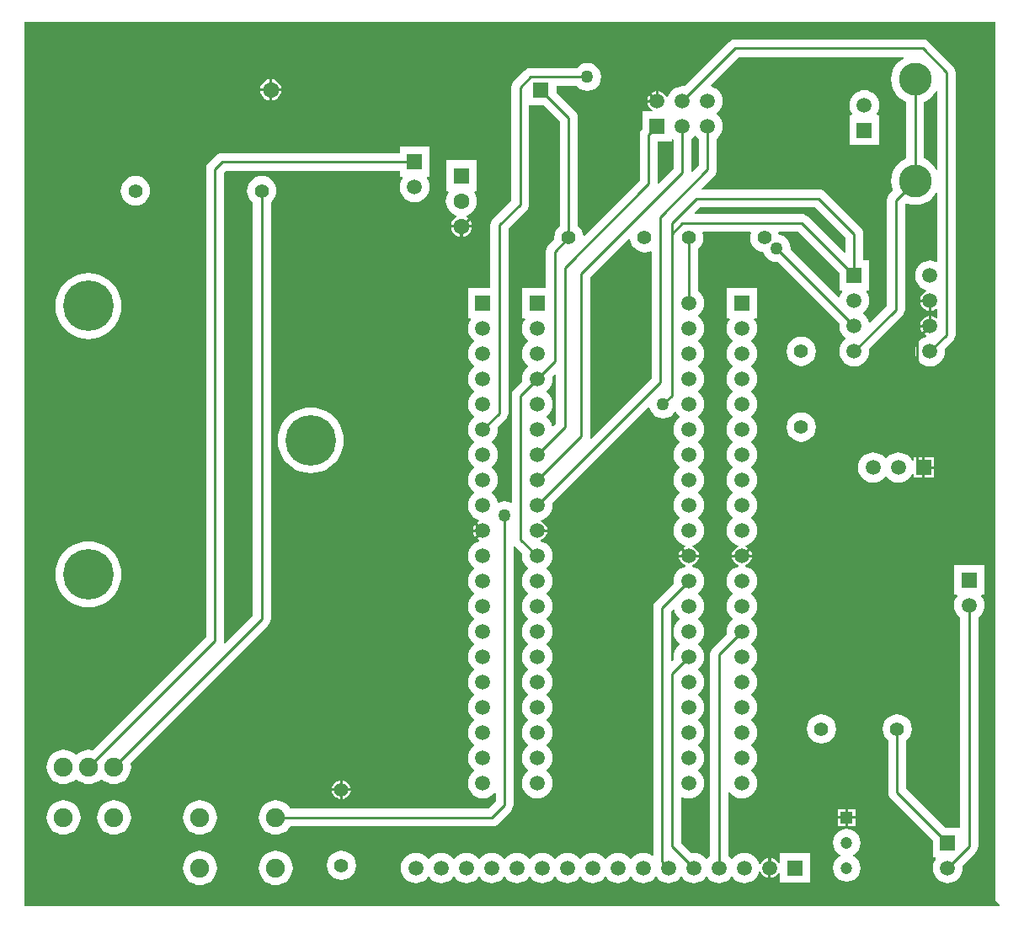
<source format=gtl>
%FSLAX25Y25*%
%MOIN*%
G70*
G01*
G75*
G04 Layer_Physical_Order=1*
G04 Layer_Color=255*
%ADD10C,0.01000*%
%ADD11R,0.05906X0.05906*%
%ADD12C,0.05906*%
%ADD13C,0.07500*%
%ADD14C,0.12992*%
%ADD15C,0.04724*%
%ADD16R,0.04724X0.04724*%
%ADD17C,0.05512*%
%ADD18R,0.05906X0.05906*%
%ADD19C,0.20000*%
%ADD20C,0.05600*%
%ADD21C,0.06299*%
%ADD22R,0.06299X0.06299*%
%ADD23C,0.06299*%
%ADD24R,0.06299X0.06299*%
%ADD25C,0.05000*%
G36*
X484000Y102000D02*
X485538Y100462D01*
X485347Y100000D01*
X100000D01*
X99962Y99962D01*
X99500Y100153D01*
Y450000D01*
X484000D01*
Y102000D01*
D02*
G37*
%LPC*%
G36*
X387421Y238000D02*
X379579D01*
X379649Y237468D01*
X380047Y236507D01*
X380681Y235681D01*
X381507Y235047D01*
X382119Y234794D01*
X382094Y234294D01*
X381211Y234026D01*
X380177Y233473D01*
X379270Y232730D01*
X378526Y231823D01*
X377974Y230789D01*
X377633Y229667D01*
X377518Y228500D01*
X377633Y227333D01*
X377974Y226211D01*
X378526Y225177D01*
X379270Y224270D01*
X379905Y223750D01*
Y223250D01*
X379270Y222730D01*
X378526Y221823D01*
X377974Y220789D01*
X377633Y219667D01*
X377518Y218500D01*
X377633Y217333D01*
X377974Y216211D01*
X378526Y215177D01*
X379270Y214270D01*
X379905Y213750D01*
Y213250D01*
X379270Y212730D01*
X378526Y211823D01*
X377974Y210789D01*
X377633Y209667D01*
X377518Y208500D01*
X377607Y207600D01*
X372004Y201996D01*
X371443Y201265D01*
X371090Y200414D01*
X370970Y199500D01*
Y119804D01*
X370270Y119230D01*
X369750Y118596D01*
X369250D01*
X368730Y119230D01*
X367823Y119974D01*
X366789Y120526D01*
X365667Y120867D01*
X364500Y120982D01*
X363600Y120893D01*
X359530Y124962D01*
Y142851D01*
X359959Y143108D01*
X360211Y142974D01*
X361333Y142633D01*
X362500Y142518D01*
X363667Y142633D01*
X364789Y142974D01*
X365823Y143526D01*
X366730Y144270D01*
X367474Y145177D01*
X368026Y146211D01*
X368367Y147333D01*
X368482Y148500D01*
X368367Y149667D01*
X368026Y150789D01*
X367474Y151823D01*
X366730Y152730D01*
X366095Y153250D01*
Y153750D01*
X366730Y154270D01*
X367474Y155177D01*
X368026Y156211D01*
X368367Y157333D01*
X368482Y158500D01*
X368367Y159667D01*
X368026Y160789D01*
X367474Y161823D01*
X366730Y162730D01*
X366095Y163250D01*
Y163750D01*
X366730Y164270D01*
X367474Y165177D01*
X368026Y166211D01*
X368367Y167333D01*
X368482Y168500D01*
X368367Y169667D01*
X368026Y170789D01*
X367474Y171823D01*
X366730Y172730D01*
X366095Y173250D01*
Y173750D01*
X366730Y174270D01*
X367474Y175177D01*
X368026Y176211D01*
X368367Y177333D01*
X368482Y178500D01*
X368367Y179667D01*
X368026Y180789D01*
X367474Y181823D01*
X366730Y182730D01*
X366095Y183250D01*
Y183750D01*
X366730Y184270D01*
X367474Y185177D01*
X368026Y186211D01*
X368367Y187333D01*
X368482Y188500D01*
X368367Y189667D01*
X368026Y190789D01*
X367474Y191823D01*
X366730Y192730D01*
X366095Y193250D01*
Y193750D01*
X366730Y194270D01*
X367474Y195177D01*
X368026Y196211D01*
X368367Y197333D01*
X368482Y198500D01*
X368367Y199667D01*
X368026Y200789D01*
X367474Y201823D01*
X366730Y202730D01*
X366095Y203250D01*
Y203750D01*
X366730Y204270D01*
X367474Y205177D01*
X368026Y206211D01*
X368367Y207333D01*
X368482Y208500D01*
X368367Y209667D01*
X368026Y210789D01*
X367474Y211823D01*
X366730Y212730D01*
X366095Y213250D01*
Y213750D01*
X366730Y214270D01*
X367474Y215177D01*
X368026Y216211D01*
X368367Y217333D01*
X368482Y218500D01*
X368367Y219667D01*
X368026Y220789D01*
X367474Y221823D01*
X366730Y222730D01*
X366095Y223250D01*
Y223750D01*
X366730Y224270D01*
X367474Y225177D01*
X368026Y226211D01*
X368367Y227333D01*
X368482Y228500D01*
X368367Y229667D01*
X368026Y230789D01*
X367474Y231823D01*
X366730Y232730D01*
X365823Y233473D01*
X364789Y234026D01*
X363906Y234294D01*
X363881Y234794D01*
X364493Y235047D01*
X365319Y235681D01*
X365953Y236507D01*
X366351Y237468D01*
X366421Y238000D01*
X358579D01*
X358649Y237468D01*
X359047Y236507D01*
X359681Y235681D01*
X360507Y235047D01*
X361119Y234794D01*
X361094Y234294D01*
X360211Y234026D01*
X359177Y233473D01*
X358270Y232730D01*
X357526Y231823D01*
X356974Y230789D01*
X356633Y229667D01*
X356518Y228500D01*
X356607Y227600D01*
X349504Y220496D01*
X348943Y219765D01*
X348590Y218914D01*
X348470Y218000D01*
Y120027D01*
X348018Y119814D01*
X347823Y119974D01*
X346789Y120526D01*
X345667Y120867D01*
X344500Y120982D01*
X343333Y120867D01*
X342211Y120526D01*
X341177Y119974D01*
X340270Y119230D01*
X339750Y118596D01*
X339250D01*
X338730Y119230D01*
X337823Y119974D01*
X336789Y120526D01*
X335667Y120867D01*
X334500Y120982D01*
X333333Y120867D01*
X332211Y120526D01*
X331177Y119974D01*
X330270Y119230D01*
X329750Y118596D01*
X329250D01*
X328730Y119230D01*
X327823Y119974D01*
X326789Y120526D01*
X325667Y120867D01*
X324500Y120982D01*
X323333Y120867D01*
X322211Y120526D01*
X321177Y119974D01*
X320270Y119230D01*
X319750Y118596D01*
X319250D01*
X318730Y119230D01*
X317823Y119974D01*
X316789Y120526D01*
X315667Y120867D01*
X314500Y120982D01*
X313333Y120867D01*
X312211Y120526D01*
X311177Y119974D01*
X310270Y119230D01*
X309750Y118596D01*
X309250D01*
X308730Y119230D01*
X307823Y119974D01*
X306789Y120526D01*
X305667Y120867D01*
X304500Y120982D01*
X303333Y120867D01*
X302211Y120526D01*
X301177Y119974D01*
X300270Y119230D01*
X299750Y118596D01*
X299250D01*
X298730Y119230D01*
X297823Y119974D01*
X296789Y120526D01*
X295667Y120867D01*
X294500Y120982D01*
X293333Y120867D01*
X292211Y120526D01*
X291177Y119974D01*
X290270Y119230D01*
X289750Y118596D01*
X289250D01*
X288730Y119230D01*
X287823Y119974D01*
X286789Y120526D01*
X285667Y120867D01*
X284500Y120982D01*
X283333Y120867D01*
X282211Y120526D01*
X281177Y119974D01*
X280270Y119230D01*
X279750Y118596D01*
X279250D01*
X278730Y119230D01*
X277823Y119974D01*
X276789Y120526D01*
X275667Y120867D01*
X274500Y120982D01*
X273333Y120867D01*
X272211Y120526D01*
X271177Y119974D01*
X270270Y119230D01*
X269750Y118596D01*
X269250D01*
X268730Y119230D01*
X267823Y119974D01*
X266789Y120526D01*
X265667Y120867D01*
X264500Y120982D01*
X263333Y120867D01*
X262211Y120526D01*
X261177Y119974D01*
X260270Y119230D01*
X259750Y118596D01*
X259250D01*
X258730Y119230D01*
X257823Y119974D01*
X256789Y120526D01*
X255667Y120867D01*
X254500Y120982D01*
X253333Y120867D01*
X252211Y120526D01*
X251177Y119974D01*
X250270Y119230D01*
X249527Y118323D01*
X248974Y117289D01*
X248633Y116167D01*
X248518Y115000D01*
X248633Y113833D01*
X248974Y112711D01*
X249527Y111677D01*
X250270Y110770D01*
X251177Y110027D01*
X252211Y109474D01*
X253333Y109133D01*
X254500Y109019D01*
X255667Y109133D01*
X256789Y109474D01*
X257823Y110027D01*
X258730Y110770D01*
X259250Y111405D01*
X259750D01*
X260270Y110770D01*
X261177Y110027D01*
X262211Y109474D01*
X263333Y109133D01*
X264500Y109019D01*
X265667Y109133D01*
X266789Y109474D01*
X267823Y110027D01*
X268730Y110770D01*
X269250Y111405D01*
X269750D01*
X270270Y110770D01*
X271177Y110027D01*
X272211Y109474D01*
X273333Y109133D01*
X274500Y109019D01*
X275667Y109133D01*
X276789Y109474D01*
X277823Y110027D01*
X278730Y110770D01*
X279250Y111405D01*
X279750D01*
X280270Y110770D01*
X281177Y110027D01*
X282211Y109474D01*
X283333Y109133D01*
X284500Y109019D01*
X285667Y109133D01*
X286789Y109474D01*
X287823Y110027D01*
X288730Y110770D01*
X289250Y111405D01*
X289750D01*
X290270Y110770D01*
X291177Y110027D01*
X292211Y109474D01*
X293333Y109133D01*
X294500Y109019D01*
X295667Y109133D01*
X296789Y109474D01*
X297823Y110027D01*
X298730Y110770D01*
X299250Y111405D01*
X299750D01*
X300270Y110770D01*
X301177Y110027D01*
X302211Y109474D01*
X303333Y109133D01*
X304500Y109019D01*
X305667Y109133D01*
X306789Y109474D01*
X307823Y110027D01*
X308730Y110770D01*
X309250Y111405D01*
X309750D01*
X310270Y110770D01*
X311177Y110027D01*
X312211Y109474D01*
X313333Y109133D01*
X314500Y109019D01*
X315667Y109133D01*
X316789Y109474D01*
X317823Y110027D01*
X318730Y110770D01*
X319250Y111405D01*
X319750D01*
X320270Y110770D01*
X321177Y110027D01*
X322211Y109474D01*
X323333Y109133D01*
X324500Y109019D01*
X325667Y109133D01*
X326789Y109474D01*
X327823Y110027D01*
X328730Y110770D01*
X329250Y111405D01*
X329750D01*
X330270Y110770D01*
X331177Y110027D01*
X332211Y109474D01*
X333333Y109133D01*
X334500Y109019D01*
X335667Y109133D01*
X336789Y109474D01*
X337823Y110027D01*
X338730Y110770D01*
X339250Y111405D01*
X339750D01*
X340270Y110770D01*
X341177Y110027D01*
X342211Y109474D01*
X343333Y109133D01*
X344500Y109019D01*
X345667Y109133D01*
X346789Y109474D01*
X347823Y110027D01*
X348730Y110770D01*
X349250Y111405D01*
X349750D01*
X350270Y110770D01*
X351177Y110027D01*
X352211Y109474D01*
X353333Y109133D01*
X354500Y109019D01*
X355667Y109133D01*
X356789Y109474D01*
X357823Y110027D01*
X358730Y110770D01*
X359250Y111405D01*
X359750D01*
X360270Y110770D01*
X361177Y110027D01*
X362211Y109474D01*
X363333Y109133D01*
X364500Y109019D01*
X365667Y109133D01*
X366789Y109474D01*
X367823Y110027D01*
X368730Y110770D01*
X369250Y111405D01*
X369750D01*
X370270Y110770D01*
X371177Y110027D01*
X372211Y109474D01*
X373333Y109133D01*
X374500Y109019D01*
X375667Y109133D01*
X376789Y109474D01*
X377823Y110027D01*
X378730Y110770D01*
X379250Y111405D01*
X379750D01*
X380270Y110770D01*
X381177Y110027D01*
X382211Y109474D01*
X383333Y109133D01*
X384500Y109019D01*
X385667Y109133D01*
X386789Y109474D01*
X387823Y110027D01*
X388730Y110770D01*
X389474Y111677D01*
X390026Y112711D01*
X390294Y113594D01*
X390794Y113619D01*
X391047Y113007D01*
X391681Y112181D01*
X392507Y111547D01*
X393468Y111149D01*
X394000Y111079D01*
Y115000D01*
Y118921D01*
X393468Y118851D01*
X392507Y118453D01*
X391681Y117819D01*
X391047Y116993D01*
X390794Y116381D01*
X390294Y116406D01*
X390026Y117289D01*
X389474Y118323D01*
X388730Y119230D01*
X387823Y119974D01*
X386789Y120526D01*
X385667Y120867D01*
X384500Y120982D01*
X383333Y120867D01*
X382211Y120526D01*
X381177Y119974D01*
X380270Y119230D01*
X379750Y118596D01*
X379250D01*
X378730Y119230D01*
X378030Y119804D01*
Y145077D01*
X378515Y145198D01*
X378526Y145177D01*
X379270Y144270D01*
X380177Y143526D01*
X381211Y142974D01*
X382333Y142633D01*
X383500Y142518D01*
X384667Y142633D01*
X385789Y142974D01*
X386823Y143526D01*
X387730Y144270D01*
X388474Y145177D01*
X389026Y146211D01*
X389367Y147333D01*
X389482Y148500D01*
X389367Y149667D01*
X389026Y150789D01*
X388474Y151823D01*
X387730Y152730D01*
X387095Y153250D01*
Y153750D01*
X387730Y154270D01*
X388474Y155177D01*
X389026Y156211D01*
X389367Y157333D01*
X389482Y158500D01*
X389367Y159667D01*
X389026Y160789D01*
X388474Y161823D01*
X387730Y162730D01*
X387095Y163250D01*
Y163750D01*
X387730Y164270D01*
X388474Y165177D01*
X389026Y166211D01*
X389367Y167333D01*
X389482Y168500D01*
X389367Y169667D01*
X389026Y170789D01*
X388474Y171823D01*
X387730Y172730D01*
X387095Y173250D01*
Y173750D01*
X387730Y174270D01*
X388474Y175177D01*
X389026Y176211D01*
X389367Y177333D01*
X389482Y178500D01*
X389367Y179667D01*
X389026Y180789D01*
X388474Y181823D01*
X387730Y182730D01*
X387095Y183250D01*
Y183750D01*
X387730Y184270D01*
X388474Y185177D01*
X389026Y186211D01*
X389367Y187333D01*
X389482Y188500D01*
X389367Y189667D01*
X389026Y190789D01*
X388474Y191823D01*
X387730Y192730D01*
X387095Y193250D01*
Y193750D01*
X387730Y194270D01*
X388474Y195177D01*
X389026Y196211D01*
X389367Y197333D01*
X389482Y198500D01*
X389367Y199667D01*
X389026Y200789D01*
X388474Y201823D01*
X387730Y202730D01*
X387095Y203250D01*
Y203750D01*
X387730Y204270D01*
X388474Y205177D01*
X389026Y206211D01*
X389367Y207333D01*
X389482Y208500D01*
X389367Y209667D01*
X389026Y210789D01*
X388474Y211823D01*
X387730Y212730D01*
X387095Y213250D01*
Y213750D01*
X387730Y214270D01*
X388474Y215177D01*
X389026Y216211D01*
X389367Y217333D01*
X389482Y218500D01*
X389367Y219667D01*
X389026Y220789D01*
X388474Y221823D01*
X387730Y222730D01*
X387095Y223250D01*
Y223750D01*
X387730Y224270D01*
X388474Y225177D01*
X389026Y226211D01*
X389367Y227333D01*
X389482Y228500D01*
X389367Y229667D01*
X389026Y230789D01*
X388474Y231823D01*
X387730Y232730D01*
X386823Y233473D01*
X385789Y234026D01*
X384906Y234294D01*
X384881Y234794D01*
X385493Y235047D01*
X386319Y235681D01*
X386953Y236507D01*
X387351Y237468D01*
X387421Y238000D01*
D02*
G37*
G36*
X224500Y149723D02*
X224020Y149659D01*
X223106Y149281D01*
X222321Y148679D01*
X221719Y147894D01*
X221341Y146981D01*
X221277Y146500D01*
X224500D01*
Y149723D01*
D02*
G37*
G36*
X225500D02*
Y146500D01*
X228723D01*
X228659Y146981D01*
X228281Y147894D01*
X227679Y148679D01*
X226894Y149281D01*
X225980Y149659D01*
X225500Y149723D01*
D02*
G37*
G36*
X428362Y138362D02*
X425500D01*
Y135500D01*
X428362D01*
Y138362D01*
D02*
G37*
G36*
X224500Y145500D02*
X221277D01*
X221341Y145019D01*
X221719Y144106D01*
X222321Y143321D01*
X223106Y142719D01*
X224020Y142341D01*
X224500Y142278D01*
Y145500D01*
D02*
G37*
G36*
X228723D02*
X225500D01*
Y142278D01*
X225980Y142341D01*
X226894Y142719D01*
X227679Y143321D01*
X228281Y144106D01*
X228659Y145019D01*
X228723Y145500D01*
D02*
G37*
G36*
X459453Y273000D02*
X456000D01*
Y269547D01*
X459453D01*
Y273000D01*
D02*
G37*
G36*
X212800Y297340D02*
X210760Y297180D01*
X208770Y296702D01*
X206880Y295919D01*
X205135Y294850D01*
X203579Y293521D01*
X202250Y291965D01*
X201181Y290220D01*
X200398Y288330D01*
X199920Y286340D01*
X199760Y284300D01*
X199920Y282260D01*
X200398Y280270D01*
X201181Y278380D01*
X202250Y276635D01*
X203579Y275079D01*
X205135Y273750D01*
X206880Y272681D01*
X208770Y271898D01*
X210760Y271420D01*
X212800Y271260D01*
X214840Y271420D01*
X216830Y271898D01*
X218720Y272681D01*
X220465Y273750D01*
X222021Y275079D01*
X223350Y276635D01*
X224419Y278380D01*
X225202Y280270D01*
X225680Y282260D01*
X225840Y284300D01*
X225680Y286340D01*
X225202Y288330D01*
X224419Y290220D01*
X223350Y291965D01*
X222021Y293521D01*
X220465Y294850D01*
X218720Y295919D01*
X216830Y296702D01*
X214840Y297180D01*
X212800Y297340D01*
D02*
G37*
G36*
X459453Y277453D02*
X456000D01*
Y274000D01*
X459453D01*
Y277453D01*
D02*
G37*
G36*
X415000Y175806D02*
X413497Y175608D01*
X412097Y175028D01*
X410895Y174105D01*
X409972Y172903D01*
X409392Y171503D01*
X409194Y170000D01*
X409392Y168497D01*
X409972Y167097D01*
X410895Y165895D01*
X412097Y164972D01*
X413497Y164392D01*
X415000Y164194D01*
X416503Y164392D01*
X417903Y164972D01*
X419105Y165895D01*
X420028Y167097D01*
X420608Y168497D01*
X420806Y170000D01*
X420608Y171503D01*
X420028Y172903D01*
X419105Y174105D01*
X417903Y175028D01*
X416503Y175608D01*
X415000Y175806D01*
D02*
G37*
G36*
X124800Y244240D02*
X122760Y244080D01*
X120770Y243602D01*
X118880Y242819D01*
X117135Y241750D01*
X115579Y240421D01*
X114250Y238865D01*
X113181Y237120D01*
X112398Y235230D01*
X111920Y233240D01*
X111760Y231200D01*
X111920Y229160D01*
X112398Y227170D01*
X113181Y225280D01*
X114250Y223535D01*
X115579Y221979D01*
X117135Y220650D01*
X118880Y219581D01*
X120770Y218798D01*
X122760Y218320D01*
X124800Y218160D01*
X126840Y218320D01*
X128830Y218798D01*
X130720Y219581D01*
X132465Y220650D01*
X134021Y221979D01*
X135350Y223535D01*
X136419Y225280D01*
X137202Y227170D01*
X137680Y229160D01*
X137840Y231200D01*
X137680Y233240D01*
X137202Y235230D01*
X136419Y237120D01*
X135350Y238865D01*
X134021Y240421D01*
X132465Y241750D01*
X130720Y242819D01*
X128830Y243602D01*
X126840Y244080D01*
X124800Y244240D01*
D02*
G37*
G36*
X389453Y344453D02*
X377547D01*
Y332547D01*
X378536D01*
X378750Y332095D01*
X378526Y331823D01*
X377974Y330789D01*
X377633Y329667D01*
X377518Y328500D01*
X377633Y327333D01*
X377974Y326211D01*
X378526Y325177D01*
X379270Y324270D01*
X379905Y323750D01*
Y323250D01*
X379270Y322730D01*
X378526Y321823D01*
X377974Y320789D01*
X377633Y319667D01*
X377518Y318500D01*
X377633Y317333D01*
X377974Y316211D01*
X378526Y315177D01*
X379270Y314270D01*
X379905Y313750D01*
Y313250D01*
X379270Y312730D01*
X378526Y311823D01*
X377974Y310789D01*
X377633Y309667D01*
X377518Y308500D01*
X377633Y307333D01*
X377974Y306211D01*
X378526Y305177D01*
X379270Y304270D01*
X379905Y303750D01*
Y303250D01*
X379270Y302730D01*
X378526Y301823D01*
X377974Y300789D01*
X377633Y299667D01*
X377518Y298500D01*
X377633Y297333D01*
X377974Y296211D01*
X378526Y295177D01*
X379270Y294270D01*
X379905Y293750D01*
Y293250D01*
X379270Y292730D01*
X378526Y291823D01*
X377974Y290789D01*
X377633Y289667D01*
X377518Y288500D01*
X377633Y287333D01*
X377974Y286211D01*
X378526Y285177D01*
X379270Y284270D01*
X379905Y283750D01*
Y283250D01*
X379270Y282730D01*
X378526Y281823D01*
X377974Y280789D01*
X377633Y279667D01*
X377518Y278500D01*
X377633Y277333D01*
X377974Y276211D01*
X378526Y275177D01*
X379270Y274270D01*
X379905Y273750D01*
Y273250D01*
X379270Y272730D01*
X378526Y271823D01*
X377974Y270789D01*
X377633Y269667D01*
X377518Y268500D01*
X377633Y267333D01*
X377974Y266211D01*
X378526Y265177D01*
X379270Y264270D01*
X379905Y263750D01*
Y263250D01*
X379270Y262730D01*
X378526Y261823D01*
X377974Y260789D01*
X377633Y259667D01*
X377518Y258500D01*
X377633Y257333D01*
X377974Y256211D01*
X378526Y255177D01*
X379270Y254270D01*
X379905Y253750D01*
Y253250D01*
X379270Y252730D01*
X378526Y251823D01*
X377974Y250789D01*
X377633Y249667D01*
X377518Y248500D01*
X377633Y247333D01*
X377974Y246211D01*
X378526Y245177D01*
X379270Y244270D01*
X380177Y243527D01*
X381211Y242974D01*
X382094Y242706D01*
X382119Y242206D01*
X381507Y241953D01*
X380681Y241319D01*
X380047Y240493D01*
X379649Y239532D01*
X379579Y239000D01*
X387421D01*
X387351Y239532D01*
X386953Y240493D01*
X386319Y241319D01*
X385493Y241953D01*
X384881Y242206D01*
X384906Y242706D01*
X385789Y242974D01*
X386823Y243527D01*
X387730Y244270D01*
X388474Y245177D01*
X389026Y246211D01*
X389367Y247333D01*
X389482Y248500D01*
X389367Y249667D01*
X389026Y250789D01*
X388474Y251823D01*
X387730Y252730D01*
X387095Y253250D01*
Y253750D01*
X387730Y254270D01*
X388474Y255177D01*
X389026Y256211D01*
X389367Y257333D01*
X389482Y258500D01*
X389367Y259667D01*
X389026Y260789D01*
X388474Y261823D01*
X387730Y262730D01*
X387095Y263250D01*
Y263750D01*
X387730Y264270D01*
X388474Y265177D01*
X389026Y266211D01*
X389367Y267333D01*
X389482Y268500D01*
X389367Y269667D01*
X389026Y270789D01*
X388474Y271823D01*
X387730Y272730D01*
X387095Y273250D01*
Y273750D01*
X387730Y274270D01*
X388474Y275177D01*
X389026Y276211D01*
X389367Y277333D01*
X389482Y278500D01*
X389367Y279667D01*
X389026Y280789D01*
X388474Y281823D01*
X387730Y282730D01*
X387095Y283250D01*
Y283750D01*
X387730Y284270D01*
X388474Y285177D01*
X389026Y286211D01*
X389367Y287333D01*
X389482Y288500D01*
X389367Y289667D01*
X389026Y290789D01*
X388474Y291823D01*
X387730Y292730D01*
X387095Y293250D01*
Y293750D01*
X387730Y294270D01*
X388474Y295177D01*
X389026Y296211D01*
X389367Y297333D01*
X389482Y298500D01*
X389367Y299667D01*
X389026Y300789D01*
X388474Y301823D01*
X387730Y302730D01*
X387095Y303250D01*
Y303750D01*
X387730Y304270D01*
X388474Y305177D01*
X389026Y306211D01*
X389367Y307333D01*
X389482Y308500D01*
X389367Y309667D01*
X389026Y310789D01*
X388474Y311823D01*
X387730Y312730D01*
X387095Y313250D01*
Y313750D01*
X387730Y314270D01*
X388474Y315177D01*
X389026Y316211D01*
X389367Y317333D01*
X389482Y318500D01*
X389367Y319667D01*
X389026Y320789D01*
X388474Y321823D01*
X387730Y322730D01*
X387095Y323250D01*
Y323750D01*
X387730Y324270D01*
X388474Y325177D01*
X389026Y326211D01*
X389367Y327333D01*
X389482Y328500D01*
X389367Y329667D01*
X389026Y330789D01*
X388474Y331823D01*
X388250Y332095D01*
X388464Y332547D01*
X389453D01*
Y344453D01*
D02*
G37*
G36*
X225000Y121806D02*
X223497Y121608D01*
X222097Y121028D01*
X220895Y120105D01*
X219972Y118903D01*
X219392Y117503D01*
X219194Y116000D01*
X219392Y114497D01*
X219972Y113097D01*
X220895Y111895D01*
X222097Y110972D01*
X223497Y110392D01*
X225000Y110194D01*
X226503Y110392D01*
X227903Y110972D01*
X229105Y111895D01*
X230028Y113097D01*
X230608Y114497D01*
X230806Y116000D01*
X230608Y117503D01*
X230028Y118903D01*
X229105Y120105D01*
X227903Y121028D01*
X226503Y121608D01*
X225000Y121806D01*
D02*
G37*
G36*
X410453Y120953D02*
X398547D01*
Y116840D01*
X398057Y116742D01*
X397953Y116993D01*
X397319Y117819D01*
X396493Y118453D01*
X395532Y118851D01*
X395000Y118921D01*
Y115000D01*
Y111079D01*
X395532Y111149D01*
X396493Y111547D01*
X397319Y112181D01*
X397953Y113007D01*
X398057Y113258D01*
X398547Y113160D01*
Y109047D01*
X410453D01*
Y120953D01*
D02*
G37*
G36*
X115000Y141783D02*
X113677Y141652D01*
X112404Y141266D01*
X111232Y140640D01*
X110204Y139796D01*
X109360Y138768D01*
X108734Y137596D01*
X108348Y136323D01*
X108217Y135000D01*
X108348Y133677D01*
X108734Y132404D01*
X109360Y131232D01*
X110204Y130204D01*
X111232Y129360D01*
X112404Y128734D01*
X113677Y128348D01*
X115000Y128217D01*
X116323Y128348D01*
X117596Y128734D01*
X118768Y129360D01*
X119796Y130204D01*
X120640Y131232D01*
X121266Y132404D01*
X121652Y133677D01*
X121783Y135000D01*
X121652Y136323D01*
X121266Y137596D01*
X120640Y138768D01*
X119796Y139796D01*
X118768Y140640D01*
X117596Y141266D01*
X116323Y141652D01*
X115000Y141783D01*
D02*
G37*
G36*
X169000Y121783D02*
X167677Y121652D01*
X166404Y121266D01*
X165232Y120640D01*
X164204Y119796D01*
X163360Y118768D01*
X162734Y117596D01*
X162348Y116323D01*
X162217Y115000D01*
X162348Y113677D01*
X162734Y112404D01*
X163360Y111232D01*
X164204Y110204D01*
X165232Y109360D01*
X166404Y108734D01*
X167677Y108348D01*
X169000Y108217D01*
X170323Y108348D01*
X171596Y108734D01*
X172768Y109360D01*
X173796Y110204D01*
X174640Y111232D01*
X175266Y112404D01*
X175652Y113677D01*
X175783Y115000D01*
X175652Y116323D01*
X175266Y117596D01*
X174640Y118768D01*
X173796Y119796D01*
X172768Y120640D01*
X171596Y121266D01*
X170323Y121652D01*
X169000Y121783D01*
D02*
G37*
G36*
X199000D02*
X197677Y121652D01*
X196404Y121266D01*
X195232Y120640D01*
X194204Y119796D01*
X193360Y118768D01*
X192734Y117596D01*
X192348Y116323D01*
X192217Y115000D01*
X192348Y113677D01*
X192734Y112404D01*
X193360Y111232D01*
X194204Y110204D01*
X195232Y109360D01*
X196404Y108734D01*
X197677Y108348D01*
X199000Y108217D01*
X200323Y108348D01*
X201596Y108734D01*
X202768Y109360D01*
X203796Y110204D01*
X204640Y111232D01*
X205266Y112404D01*
X205652Y113677D01*
X205783Y115000D01*
X205652Y116323D01*
X205266Y117596D01*
X204640Y118768D01*
X203796Y119796D01*
X202768Y120640D01*
X201596Y121266D01*
X200323Y121652D01*
X199000Y121783D01*
D02*
G37*
G36*
X425000Y130409D02*
X423600Y130224D01*
X422296Y129684D01*
X421176Y128824D01*
X420316Y127704D01*
X419776Y126400D01*
X419592Y125000D01*
X419776Y123600D01*
X420316Y122296D01*
X421176Y121176D01*
X422296Y120316D01*
X422455Y120250D01*
Y119750D01*
X422296Y119684D01*
X421176Y118824D01*
X420316Y117704D01*
X419776Y116400D01*
X419592Y115000D01*
X419776Y113600D01*
X420316Y112296D01*
X421176Y111176D01*
X422296Y110316D01*
X423600Y109776D01*
X425000Y109591D01*
X426400Y109776D01*
X427704Y110316D01*
X428824Y111176D01*
X429684Y112296D01*
X430224Y113600D01*
X430408Y115000D01*
X430224Y116400D01*
X429684Y117704D01*
X428824Y118824D01*
X427704Y119684D01*
X427545Y119750D01*
Y120250D01*
X427704Y120316D01*
X428824Y121176D01*
X429684Y122296D01*
X430224Y123600D01*
X430408Y125000D01*
X430224Y126400D01*
X429684Y127704D01*
X428824Y128824D01*
X427704Y129684D01*
X426400Y130224D01*
X425000Y130409D01*
D02*
G37*
G36*
X424500Y134500D02*
X421638D01*
Y131638D01*
X424500D01*
Y134500D01*
D02*
G37*
G36*
X428362D02*
X425500D01*
Y131638D01*
X428362D01*
Y134500D01*
D02*
G37*
G36*
X424500Y138362D02*
X421638D01*
Y135500D01*
X424500D01*
Y138362D01*
D02*
G37*
G36*
X135000Y141783D02*
X133677Y141652D01*
X132404Y141266D01*
X131232Y140640D01*
X130204Y139796D01*
X129360Y138768D01*
X128734Y137596D01*
X128348Y136323D01*
X128217Y135000D01*
X128348Y133677D01*
X128734Y132404D01*
X129360Y131232D01*
X130204Y130204D01*
X131232Y129360D01*
X132404Y128734D01*
X133677Y128348D01*
X135000Y128217D01*
X136323Y128348D01*
X137596Y128734D01*
X138768Y129360D01*
X139796Y130204D01*
X140640Y131232D01*
X141266Y132404D01*
X141652Y133677D01*
X141783Y135000D01*
X141652Y136323D01*
X141266Y137596D01*
X140640Y138768D01*
X139796Y139796D01*
X138768Y140640D01*
X137596Y141266D01*
X136323Y141652D01*
X135000Y141783D01*
D02*
G37*
G36*
X169000D02*
X167677Y141652D01*
X166404Y141266D01*
X165232Y140640D01*
X164204Y139796D01*
X163360Y138768D01*
X162734Y137596D01*
X162348Y136323D01*
X162217Y135000D01*
X162348Y133677D01*
X162734Y132404D01*
X163360Y131232D01*
X164204Y130204D01*
X165232Y129360D01*
X166404Y128734D01*
X167677Y128348D01*
X169000Y128217D01*
X170323Y128348D01*
X171596Y128734D01*
X172768Y129360D01*
X173796Y130204D01*
X174640Y131232D01*
X175266Y132404D01*
X175652Y133677D01*
X175783Y135000D01*
X175652Y136323D01*
X175266Y137596D01*
X174640Y138768D01*
X173796Y139796D01*
X172768Y140640D01*
X171596Y141266D01*
X170323Y141652D01*
X169000Y141783D01*
D02*
G37*
G36*
X479453Y234953D02*
X467547D01*
Y223047D01*
X468536D01*
X468750Y222595D01*
X468527Y222323D01*
X467974Y221289D01*
X467633Y220167D01*
X467519Y219000D01*
X467633Y217833D01*
X467974Y216711D01*
X468527Y215677D01*
X469270Y214770D01*
X469970Y214196D01*
Y130953D01*
X464040D01*
X448530Y146462D01*
Y165454D01*
X449105Y165895D01*
X450028Y167097D01*
X450608Y168497D01*
X450806Y170000D01*
X450608Y171503D01*
X450028Y172903D01*
X449105Y174105D01*
X447903Y175028D01*
X446503Y175608D01*
X445000Y175806D01*
X443497Y175608D01*
X442097Y175028D01*
X440895Y174105D01*
X439972Y172903D01*
X439392Y171503D01*
X439194Y170000D01*
X439392Y168497D01*
X439972Y167097D01*
X440895Y165895D01*
X441470Y165454D01*
Y145000D01*
X441470Y145000D01*
X441470D01*
X441590Y144086D01*
X441943Y143235D01*
X442504Y142504D01*
X459047Y125960D01*
Y119047D01*
X460036D01*
X460250Y118595D01*
X460027Y118323D01*
X459474Y117289D01*
X459133Y116167D01*
X459019Y115000D01*
X459133Y113833D01*
X459474Y112711D01*
X460027Y111677D01*
X460770Y110770D01*
X461677Y110027D01*
X462711Y109474D01*
X463833Y109133D01*
X465000Y109019D01*
X466167Y109133D01*
X467289Y109474D01*
X468323Y110027D01*
X469230Y110770D01*
X469974Y111677D01*
X470526Y112711D01*
X470867Y113833D01*
X470982Y115000D01*
X470893Y115900D01*
X475996Y121004D01*
X476557Y121735D01*
X476910Y122586D01*
X477030Y123500D01*
X477030Y123500D01*
Y214196D01*
X477730Y214770D01*
X478474Y215677D01*
X479026Y216711D01*
X479367Y217833D01*
X479482Y219000D01*
X479367Y220167D01*
X479026Y221289D01*
X478474Y222323D01*
X478250Y222595D01*
X478464Y223047D01*
X479453D01*
Y234953D01*
D02*
G37*
G36*
X445500Y279482D02*
X444333Y279367D01*
X443211Y279026D01*
X442177Y278473D01*
X441270Y277730D01*
X440750Y277096D01*
X440250D01*
X439730Y277730D01*
X438823Y278473D01*
X437789Y279026D01*
X436667Y279367D01*
X435500Y279482D01*
X434333Y279367D01*
X433211Y279026D01*
X432177Y278473D01*
X431270Y277730D01*
X430526Y276823D01*
X429974Y275789D01*
X429633Y274667D01*
X429519Y273500D01*
X429633Y272333D01*
X429974Y271211D01*
X430526Y270177D01*
X431270Y269270D01*
X432177Y268527D01*
X433211Y267974D01*
X434333Y267633D01*
X435500Y267518D01*
X436667Y267633D01*
X437789Y267974D01*
X438823Y268527D01*
X439730Y269270D01*
X440250Y269904D01*
X440750D01*
X441270Y269270D01*
X442177Y268527D01*
X443211Y267974D01*
X444333Y267633D01*
X445500Y267518D01*
X446667Y267633D01*
X447789Y267974D01*
X448823Y268527D01*
X449730Y269270D01*
X450473Y270177D01*
X451026Y271211D01*
X451053Y271298D01*
X451547Y271225D01*
Y269547D01*
X455000D01*
Y273500D01*
Y277453D01*
X451547D01*
Y275775D01*
X451053Y275702D01*
X451026Y275789D01*
X450473Y276823D01*
X449730Y277730D01*
X448823Y278473D01*
X447789Y279026D01*
X446667Y279367D01*
X445500Y279482D01*
D02*
G37*
G36*
X143500Y388828D02*
X142363Y388716D01*
X141270Y388384D01*
X140262Y387846D01*
X139379Y387121D01*
X138654Y386238D01*
X138116Y385230D01*
X137784Y384137D01*
X137672Y383000D01*
X137784Y381863D01*
X138116Y380770D01*
X138654Y379762D01*
X139379Y378879D01*
X140262Y378154D01*
X141270Y377616D01*
X142363Y377284D01*
X143500Y377172D01*
X144637Y377284D01*
X145730Y377616D01*
X146738Y378154D01*
X147621Y378879D01*
X148346Y379762D01*
X148884Y380770D01*
X149216Y381863D01*
X149328Y383000D01*
X149216Y384137D01*
X148884Y385230D01*
X148346Y386238D01*
X147621Y387121D01*
X146738Y387846D01*
X145730Y388384D01*
X144637Y388716D01*
X143500Y388828D01*
D02*
G37*
G36*
X259953Y400453D02*
X248047D01*
Y398030D01*
X177800D01*
X176886Y397910D01*
X176035Y397557D01*
X175304Y396996D01*
X172504Y394196D01*
X171943Y393465D01*
X171590Y392614D01*
X171470Y391700D01*
Y206462D01*
X126582Y161574D01*
X126323Y161652D01*
X125000Y161783D01*
X123677Y161652D01*
X122404Y161266D01*
X121232Y160640D01*
X120204Y159796D01*
X119796D01*
X118768Y160640D01*
X117596Y161266D01*
X116323Y161652D01*
X115000Y161783D01*
X113677Y161652D01*
X112404Y161266D01*
X111232Y160640D01*
X110204Y159796D01*
X109360Y158768D01*
X108734Y157596D01*
X108348Y156323D01*
X108217Y155000D01*
X108348Y153677D01*
X108734Y152404D01*
X109360Y151232D01*
X110204Y150204D01*
X111232Y149360D01*
X112404Y148734D01*
X113677Y148348D01*
X115000Y148217D01*
X116323Y148348D01*
X117596Y148734D01*
X118768Y149360D01*
X119796Y150204D01*
X120204D01*
X121232Y149360D01*
X122404Y148734D01*
X123677Y148348D01*
X125000Y148217D01*
X126323Y148348D01*
X127596Y148734D01*
X128768Y149360D01*
X129796Y150204D01*
X130204D01*
X131232Y149360D01*
X132404Y148734D01*
X133677Y148348D01*
X135000Y148217D01*
X136323Y148348D01*
X137596Y148734D01*
X138768Y149360D01*
X139796Y150204D01*
X140640Y151232D01*
X141266Y152404D01*
X141652Y153677D01*
X141783Y155000D01*
X141652Y156323D01*
X141574Y156581D01*
X195996Y211004D01*
X196557Y211735D01*
X196910Y212586D01*
X197030Y213500D01*
X197030Y213500D01*
X197030Y213500D01*
Y213500D01*
Y378394D01*
X197621Y378879D01*
X198346Y379762D01*
X198884Y380770D01*
X199216Y381863D01*
X199328Y383000D01*
X199216Y384137D01*
X198884Y385230D01*
X198346Y386238D01*
X197621Y387121D01*
X196738Y387846D01*
X195730Y388384D01*
X194637Y388716D01*
X193500Y388828D01*
X192363Y388716D01*
X191270Y388384D01*
X190262Y387846D01*
X189379Y387121D01*
X188654Y386238D01*
X188116Y385230D01*
X187784Y384137D01*
X187672Y383000D01*
X187784Y381863D01*
X188116Y380770D01*
X188654Y379762D01*
X189379Y378879D01*
X189970Y378394D01*
Y214962D01*
X178893Y203886D01*
X178410Y204086D01*
X178530Y205000D01*
X178530Y205000D01*
X178530Y205000D01*
Y205000D01*
Y390238D01*
X179262Y390970D01*
X248047D01*
Y388547D01*
X249036D01*
X249250Y388095D01*
X249026Y387823D01*
X248474Y386789D01*
X248133Y385667D01*
X248018Y384500D01*
X248133Y383333D01*
X248474Y382211D01*
X249026Y381177D01*
X249770Y380270D01*
X250677Y379526D01*
X251711Y378974D01*
X252833Y378633D01*
X254000Y378518D01*
X255167Y378633D01*
X256289Y378974D01*
X257323Y379526D01*
X258230Y380270D01*
X258974Y381177D01*
X259526Y382211D01*
X259867Y383333D01*
X259982Y384500D01*
X259867Y385667D01*
X259526Y386789D01*
X258974Y387823D01*
X258750Y388095D01*
X258964Y388547D01*
X259953D01*
Y400453D01*
D02*
G37*
G36*
X278650Y395150D02*
X266350D01*
Y382850D01*
X267099D01*
X267356Y382421D01*
X266791Y381365D01*
X266439Y380205D01*
X266321Y379000D01*
X266439Y377795D01*
X266791Y376635D01*
X267362Y375567D01*
X268130Y374630D01*
X269067Y373862D01*
X270135Y373291D01*
X270511Y373177D01*
X270535Y372678D01*
X270407Y372625D01*
X269541Y371959D01*
X268875Y371093D01*
X268457Y370083D01*
X268380Y369500D01*
X276620D01*
X276543Y370083D01*
X276125Y371093D01*
X275460Y371959D01*
X274593Y372625D01*
X274465Y372678D01*
X274489Y373177D01*
X274865Y373291D01*
X275933Y373862D01*
X276870Y374630D01*
X277638Y375567D01*
X278209Y376635D01*
X278561Y377795D01*
X278679Y379000D01*
X278561Y380205D01*
X278209Y381365D01*
X277644Y382421D01*
X277901Y382850D01*
X278650D01*
Y395150D01*
D02*
G37*
G36*
X272000Y368500D02*
X268380D01*
X268457Y367917D01*
X268875Y366907D01*
X269541Y366040D01*
X270407Y365375D01*
X271417Y364957D01*
X272000Y364880D01*
Y368500D01*
D02*
G37*
G36*
X276620D02*
X273000D01*
Y364880D01*
X273583Y364957D01*
X274593Y365375D01*
X275460Y366040D01*
X276125Y366907D01*
X276543Y367917D01*
X276620Y368500D01*
D02*
G37*
G36*
X196535Y422500D02*
X192916D01*
X192993Y421917D01*
X193411Y420907D01*
X194076Y420041D01*
X194943Y419375D01*
X195952Y418957D01*
X196535Y418880D01*
Y422500D01*
D02*
G37*
G36*
Y427120D02*
X195952Y427043D01*
X194943Y426625D01*
X194076Y425959D01*
X193411Y425093D01*
X192993Y424083D01*
X192916Y423500D01*
X196535D01*
Y427120D01*
D02*
G37*
G36*
X197535D02*
Y423500D01*
X201155D01*
X201078Y424083D01*
X200660Y425093D01*
X199995Y425959D01*
X199128Y426625D01*
X198119Y427043D01*
X197535Y427120D01*
D02*
G37*
G36*
X455100Y442930D02*
X380900D01*
X379986Y442810D01*
X379135Y442457D01*
X378404Y441896D01*
X360900Y424393D01*
X360000Y424481D01*
X358833Y424367D01*
X357711Y424026D01*
X356677Y423474D01*
X355770Y422730D01*
X355027Y421823D01*
X354474Y420789D01*
X354206Y419906D01*
X353706Y419881D01*
X353453Y420493D01*
X352819Y421319D01*
X351993Y421953D01*
X351032Y422351D01*
X350500Y422421D01*
Y418500D01*
X350000D01*
Y418000D01*
X346079D01*
X346149Y417468D01*
X346547Y416507D01*
X347181Y415681D01*
X348007Y415047D01*
X348258Y414943D01*
X348160Y414453D01*
X344047D01*
Y407517D01*
X343560Y406882D01*
X343207Y406031D01*
X343087Y405117D01*
Y387280D01*
X321147Y365340D01*
X320674Y365500D01*
X320608Y366003D01*
X320028Y367403D01*
X319105Y368605D01*
X318530Y369046D01*
Y411965D01*
X318410Y412878D01*
X318057Y413730D01*
X317496Y414461D01*
X310114Y421843D01*
Y424570D01*
X318076D01*
X318377Y424177D01*
X319526Y423296D01*
X320864Y422742D01*
X322300Y422552D01*
X323736Y422742D01*
X325074Y423296D01*
X326223Y424177D01*
X327104Y425326D01*
X327658Y426664D01*
X327848Y428100D01*
X327658Y429536D01*
X327104Y430874D01*
X326223Y432023D01*
X325074Y432904D01*
X323736Y433458D01*
X322300Y433647D01*
X320864Y433458D01*
X319526Y432904D01*
X318377Y432023D01*
X318076Y431630D01*
X299900D01*
X299900Y431630D01*
X298986Y431510D01*
X298135Y431157D01*
X297404Y430596D01*
X293304Y426496D01*
X292743Y425765D01*
X292390Y424914D01*
X292270Y424000D01*
Y379162D01*
X285004Y371896D01*
X284443Y371165D01*
X284090Y370314D01*
X283970Y369400D01*
Y344453D01*
X275047D01*
Y332547D01*
X276036D01*
X276250Y332095D01*
X276027Y331823D01*
X275474Y330789D01*
X275133Y329667D01*
X275018Y328500D01*
X275133Y327333D01*
X275474Y326211D01*
X276027Y325177D01*
X276770Y324270D01*
X277404Y323750D01*
Y323250D01*
X276770Y322730D01*
X276027Y321823D01*
X275474Y320789D01*
X275133Y319667D01*
X275018Y318500D01*
X275133Y317333D01*
X275474Y316211D01*
X276027Y315177D01*
X276770Y314270D01*
X277404Y313750D01*
Y313250D01*
X276770Y312730D01*
X276027Y311823D01*
X275474Y310789D01*
X275133Y309667D01*
X275018Y308500D01*
X275133Y307333D01*
X275474Y306211D01*
X276027Y305177D01*
X276770Y304270D01*
X277404Y303750D01*
Y303250D01*
X276770Y302730D01*
X276027Y301823D01*
X275474Y300789D01*
X275133Y299667D01*
X275018Y298500D01*
X275133Y297333D01*
X275474Y296211D01*
X276027Y295177D01*
X276770Y294270D01*
X277404Y293750D01*
Y293250D01*
X276770Y292730D01*
X276027Y291823D01*
X275474Y290789D01*
X275133Y289667D01*
X275018Y288500D01*
X275133Y287333D01*
X275474Y286211D01*
X276027Y285177D01*
X276770Y284270D01*
X277404Y283750D01*
Y283250D01*
X276770Y282730D01*
X276027Y281823D01*
X275474Y280789D01*
X275133Y279667D01*
X275018Y278500D01*
X275133Y277333D01*
X275474Y276211D01*
X276027Y275177D01*
X276770Y274270D01*
X277404Y273750D01*
Y273250D01*
X276770Y272730D01*
X276027Y271823D01*
X275474Y270789D01*
X275133Y269667D01*
X275018Y268500D01*
X275133Y267333D01*
X275474Y266211D01*
X276027Y265177D01*
X276770Y264270D01*
X277404Y263750D01*
Y263250D01*
X276770Y262730D01*
X276027Y261823D01*
X275474Y260789D01*
X275133Y259667D01*
X275018Y258500D01*
X275133Y257333D01*
X275474Y256211D01*
X276027Y255177D01*
X276770Y254270D01*
X277677Y253526D01*
X278711Y252974D01*
X279594Y252706D01*
X279619Y252206D01*
X279007Y251953D01*
X278181Y251319D01*
X277547Y250493D01*
X277149Y249532D01*
X277079Y249000D01*
X281000D01*
Y248000D01*
X277079D01*
X277149Y247468D01*
X277547Y246507D01*
X278181Y245681D01*
X279007Y245047D01*
X279619Y244794D01*
X279594Y244294D01*
X278711Y244026D01*
X277677Y243474D01*
X276770Y242730D01*
X276027Y241823D01*
X275474Y240789D01*
X275133Y239667D01*
X275018Y238500D01*
X275133Y237333D01*
X275474Y236211D01*
X276027Y235177D01*
X276770Y234270D01*
X277404Y233750D01*
Y233250D01*
X276770Y232730D01*
X276027Y231823D01*
X275474Y230789D01*
X275133Y229667D01*
X275018Y228500D01*
X275133Y227333D01*
X275474Y226211D01*
X276027Y225177D01*
X276770Y224270D01*
X277404Y223750D01*
Y223250D01*
X276770Y222730D01*
X276027Y221823D01*
X275474Y220789D01*
X275133Y219667D01*
X275018Y218500D01*
X275133Y217333D01*
X275474Y216211D01*
X276027Y215177D01*
X276770Y214270D01*
X277404Y213750D01*
Y213250D01*
X276770Y212730D01*
X276027Y211823D01*
X275474Y210789D01*
X275133Y209667D01*
X275018Y208500D01*
X275133Y207333D01*
X275474Y206211D01*
X276027Y205177D01*
X276770Y204270D01*
X277404Y203750D01*
Y203250D01*
X276770Y202730D01*
X276027Y201823D01*
X275474Y200789D01*
X275133Y199667D01*
X275018Y198500D01*
X275133Y197333D01*
X275474Y196211D01*
X276027Y195177D01*
X276770Y194270D01*
X277404Y193750D01*
Y193250D01*
X276770Y192730D01*
X276027Y191823D01*
X275474Y190789D01*
X275133Y189667D01*
X275018Y188500D01*
X275133Y187333D01*
X275474Y186211D01*
X276027Y185177D01*
X276770Y184270D01*
X277404Y183750D01*
Y183250D01*
X276770Y182730D01*
X276027Y181823D01*
X275474Y180789D01*
X275133Y179667D01*
X275018Y178500D01*
X275133Y177333D01*
X275474Y176211D01*
X276027Y175177D01*
X276770Y174270D01*
X277404Y173750D01*
Y173250D01*
X276770Y172730D01*
X276027Y171823D01*
X275474Y170789D01*
X275133Y169667D01*
X275018Y168500D01*
X275133Y167333D01*
X275474Y166211D01*
X276027Y165177D01*
X276770Y164270D01*
X277404Y163750D01*
Y163250D01*
X276770Y162730D01*
X276027Y161823D01*
X275474Y160789D01*
X275133Y159667D01*
X275018Y158500D01*
X275133Y157333D01*
X275474Y156211D01*
X276027Y155177D01*
X276770Y154270D01*
X277404Y153750D01*
Y153250D01*
X276770Y152730D01*
X276027Y151823D01*
X275474Y150789D01*
X275133Y149667D01*
X275018Y148500D01*
X275133Y147333D01*
X275474Y146211D01*
X276027Y145177D01*
X276770Y144270D01*
X277677Y143526D01*
X278711Y142974D01*
X279833Y142633D01*
X281000Y142518D01*
X282167Y142633D01*
X283289Y142974D01*
X284323Y143526D01*
X285230Y144270D01*
X285599Y144721D01*
X286070Y144552D01*
Y141462D01*
X283138Y138530D01*
X204767D01*
X204640Y138768D01*
X203796Y139796D01*
X202768Y140640D01*
X201596Y141266D01*
X200323Y141652D01*
X199000Y141783D01*
X197677Y141652D01*
X196404Y141266D01*
X195232Y140640D01*
X194204Y139796D01*
X193360Y138768D01*
X192734Y137596D01*
X192348Y136323D01*
X192217Y135000D01*
X192348Y133677D01*
X192734Y132404D01*
X193360Y131232D01*
X194204Y130204D01*
X195232Y129360D01*
X196404Y128734D01*
X197677Y128348D01*
X199000Y128217D01*
X200323Y128348D01*
X201596Y128734D01*
X202768Y129360D01*
X203796Y130204D01*
X204640Y131232D01*
X204767Y131470D01*
X284600D01*
X285514Y131590D01*
X286365Y131943D01*
X287096Y132504D01*
X292096Y137504D01*
X292657Y138235D01*
X293010Y139086D01*
X293130Y140000D01*
Y242224D01*
X293592Y242415D01*
X296607Y239400D01*
X296518Y238500D01*
X296633Y237333D01*
X296974Y236211D01*
X297527Y235177D01*
X298270Y234270D01*
X298904Y233750D01*
Y233250D01*
X298270Y232730D01*
X297527Y231823D01*
X296974Y230789D01*
X296633Y229667D01*
X296518Y228500D01*
X296633Y227333D01*
X296974Y226211D01*
X297527Y225177D01*
X298270Y224270D01*
X298904Y223750D01*
Y223250D01*
X298270Y222730D01*
X297527Y221823D01*
X296974Y220789D01*
X296633Y219667D01*
X296518Y218500D01*
X296633Y217333D01*
X296974Y216211D01*
X297527Y215177D01*
X298270Y214270D01*
X298904Y213750D01*
Y213250D01*
X298270Y212730D01*
X297527Y211823D01*
X296974Y210789D01*
X296633Y209667D01*
X296518Y208500D01*
X296633Y207333D01*
X296974Y206211D01*
X297527Y205177D01*
X298270Y204270D01*
X298904Y203750D01*
Y203250D01*
X298270Y202730D01*
X297527Y201823D01*
X296974Y200789D01*
X296633Y199667D01*
X296518Y198500D01*
X296633Y197333D01*
X296974Y196211D01*
X297527Y195177D01*
X298270Y194270D01*
X298904Y193750D01*
Y193250D01*
X298270Y192730D01*
X297527Y191823D01*
X296974Y190789D01*
X296633Y189667D01*
X296518Y188500D01*
X296633Y187333D01*
X296974Y186211D01*
X297527Y185177D01*
X298270Y184270D01*
X298904Y183750D01*
Y183250D01*
X298270Y182730D01*
X297527Y181823D01*
X296974Y180789D01*
X296633Y179667D01*
X296518Y178500D01*
X296633Y177333D01*
X296974Y176211D01*
X297527Y175177D01*
X298270Y174270D01*
X298904Y173750D01*
Y173250D01*
X298270Y172730D01*
X297527Y171823D01*
X296974Y170789D01*
X296633Y169667D01*
X296518Y168500D01*
X296633Y167333D01*
X296974Y166211D01*
X297527Y165177D01*
X298270Y164270D01*
X298904Y163750D01*
Y163250D01*
X298270Y162730D01*
X297527Y161823D01*
X296974Y160789D01*
X296633Y159667D01*
X296518Y158500D01*
X296633Y157333D01*
X296974Y156211D01*
X297527Y155177D01*
X298270Y154270D01*
X298904Y153750D01*
Y153250D01*
X298270Y152730D01*
X297527Y151823D01*
X296974Y150789D01*
X296633Y149667D01*
X296518Y148500D01*
X296633Y147333D01*
X296974Y146211D01*
X297527Y145177D01*
X298270Y144270D01*
X299177Y143526D01*
X300211Y142974D01*
X301333Y142633D01*
X302500Y142518D01*
X303667Y142633D01*
X304789Y142974D01*
X305823Y143526D01*
X306730Y144270D01*
X307473Y145177D01*
X308026Y146211D01*
X308367Y147333D01*
X308482Y148500D01*
X308367Y149667D01*
X308026Y150789D01*
X307473Y151823D01*
X306730Y152730D01*
X306096Y153250D01*
Y153750D01*
X306730Y154270D01*
X307473Y155177D01*
X308026Y156211D01*
X308367Y157333D01*
X308482Y158500D01*
X308367Y159667D01*
X308026Y160789D01*
X307473Y161823D01*
X306730Y162730D01*
X306096Y163250D01*
Y163750D01*
X306730Y164270D01*
X307473Y165177D01*
X308026Y166211D01*
X308367Y167333D01*
X308482Y168500D01*
X308367Y169667D01*
X308026Y170789D01*
X307473Y171823D01*
X306730Y172730D01*
X306096Y173250D01*
Y173750D01*
X306730Y174270D01*
X307473Y175177D01*
X308026Y176211D01*
X308367Y177333D01*
X308482Y178500D01*
X308367Y179667D01*
X308026Y180789D01*
X307473Y181823D01*
X306730Y182730D01*
X306096Y183250D01*
Y183750D01*
X306730Y184270D01*
X307473Y185177D01*
X308026Y186211D01*
X308367Y187333D01*
X308482Y188500D01*
X308367Y189667D01*
X308026Y190789D01*
X307473Y191823D01*
X306730Y192730D01*
X306096Y193250D01*
Y193750D01*
X306730Y194270D01*
X307473Y195177D01*
X308026Y196211D01*
X308367Y197333D01*
X308482Y198500D01*
X308367Y199667D01*
X308026Y200789D01*
X307473Y201823D01*
X306730Y202730D01*
X306096Y203250D01*
Y203750D01*
X306730Y204270D01*
X307473Y205177D01*
X308026Y206211D01*
X308367Y207333D01*
X308482Y208500D01*
X308367Y209667D01*
X308026Y210789D01*
X307473Y211823D01*
X306730Y212730D01*
X306096Y213250D01*
Y213750D01*
X306730Y214270D01*
X307473Y215177D01*
X308026Y216211D01*
X308367Y217333D01*
X308482Y218500D01*
X308367Y219667D01*
X308026Y220789D01*
X307473Y221823D01*
X306730Y222730D01*
X306096Y223250D01*
Y223750D01*
X306730Y224270D01*
X307473Y225177D01*
X308026Y226211D01*
X308367Y227333D01*
X308482Y228500D01*
X308367Y229667D01*
X308026Y230789D01*
X307473Y231823D01*
X306730Y232730D01*
X306096Y233250D01*
Y233750D01*
X306730Y234270D01*
X307473Y235177D01*
X308026Y236211D01*
X308367Y237333D01*
X308482Y238500D01*
X308367Y239667D01*
X308026Y240789D01*
X307473Y241823D01*
X306730Y242730D01*
X305823Y243474D01*
X304789Y244026D01*
X303906Y244294D01*
X303881Y244794D01*
X304493Y245047D01*
X305319Y245681D01*
X305953Y246507D01*
X306351Y247468D01*
X306421Y248000D01*
X302500D01*
Y249000D01*
X306421D01*
X306351Y249532D01*
X305953Y250493D01*
X305319Y251319D01*
X304493Y251953D01*
X303881Y252206D01*
X303906Y252706D01*
X304789Y252974D01*
X305823Y253526D01*
X306730Y254270D01*
X307473Y255177D01*
X308026Y256211D01*
X308367Y257333D01*
X308482Y258500D01*
X308393Y259400D01*
X346439Y297446D01*
X346912Y297286D01*
X346942Y297064D01*
X347496Y295726D01*
X348377Y294577D01*
X349526Y293696D01*
X350864Y293142D01*
X352300Y292952D01*
X353736Y293142D01*
X355074Y293696D01*
X356223Y294577D01*
X356899Y295459D01*
X357398Y295418D01*
X357526Y295177D01*
X358270Y294270D01*
X358905Y293750D01*
Y293250D01*
X358270Y292730D01*
X357526Y291823D01*
X356974Y290789D01*
X356633Y289667D01*
X356518Y288500D01*
X356633Y287333D01*
X356974Y286211D01*
X357526Y285177D01*
X358270Y284270D01*
X358905Y283750D01*
Y283250D01*
X358270Y282730D01*
X357526Y281823D01*
X356974Y280789D01*
X356633Y279667D01*
X356518Y278500D01*
X356633Y277333D01*
X356974Y276211D01*
X357526Y275177D01*
X358270Y274270D01*
X358905Y273750D01*
Y273250D01*
X358270Y272730D01*
X357526Y271823D01*
X356974Y270789D01*
X356633Y269667D01*
X356518Y268500D01*
X356633Y267333D01*
X356974Y266211D01*
X357526Y265177D01*
X358270Y264270D01*
X358905Y263750D01*
Y263250D01*
X358270Y262730D01*
X357526Y261823D01*
X356974Y260789D01*
X356633Y259667D01*
X356518Y258500D01*
X356633Y257333D01*
X356974Y256211D01*
X357526Y255177D01*
X358270Y254270D01*
X358905Y253750D01*
Y253250D01*
X358270Y252730D01*
X357526Y251823D01*
X356974Y250789D01*
X356633Y249667D01*
X356518Y248500D01*
X356633Y247333D01*
X356974Y246211D01*
X357526Y245177D01*
X358270Y244270D01*
X359177Y243527D01*
X360211Y242974D01*
X361094Y242706D01*
X361119Y242206D01*
X360507Y241953D01*
X359681Y241319D01*
X359047Y240493D01*
X358649Y239532D01*
X358579Y239000D01*
X366421D01*
X366351Y239532D01*
X365953Y240493D01*
X365319Y241319D01*
X364493Y241953D01*
X363881Y242206D01*
X363906Y242706D01*
X364789Y242974D01*
X365823Y243527D01*
X366730Y244270D01*
X367474Y245177D01*
X368026Y246211D01*
X368367Y247333D01*
X368482Y248500D01*
X368367Y249667D01*
X368026Y250789D01*
X367474Y251823D01*
X366730Y252730D01*
X366095Y253250D01*
Y253750D01*
X366730Y254270D01*
X367474Y255177D01*
X368026Y256211D01*
X368367Y257333D01*
X368482Y258500D01*
X368367Y259667D01*
X368026Y260789D01*
X367474Y261823D01*
X366730Y262730D01*
X366095Y263250D01*
Y263750D01*
X366730Y264270D01*
X367474Y265177D01*
X368026Y266211D01*
X368367Y267333D01*
X368482Y268500D01*
X368367Y269667D01*
X368026Y270789D01*
X367474Y271823D01*
X366730Y272730D01*
X366095Y273250D01*
Y273750D01*
X366730Y274270D01*
X367474Y275177D01*
X368026Y276211D01*
X368367Y277333D01*
X368482Y278500D01*
X368367Y279667D01*
X368026Y280789D01*
X367474Y281823D01*
X366730Y282730D01*
X366095Y283250D01*
Y283750D01*
X366730Y284270D01*
X367474Y285177D01*
X368026Y286211D01*
X368367Y287333D01*
X368482Y288500D01*
X368367Y289667D01*
X368026Y290789D01*
X367474Y291823D01*
X366730Y292730D01*
X366095Y293250D01*
Y293750D01*
X366730Y294270D01*
X367474Y295177D01*
X368026Y296211D01*
X368367Y297333D01*
X368482Y298500D01*
X368367Y299667D01*
X368026Y300789D01*
X367474Y301823D01*
X366730Y302730D01*
X366095Y303250D01*
Y303750D01*
X366730Y304270D01*
X367474Y305177D01*
X368026Y306211D01*
X368367Y307333D01*
X368482Y308500D01*
X368367Y309667D01*
X368026Y310789D01*
X367474Y311823D01*
X366730Y312730D01*
X366095Y313250D01*
Y313750D01*
X366730Y314270D01*
X367474Y315177D01*
X368026Y316211D01*
X368367Y317333D01*
X368482Y318500D01*
X368367Y319667D01*
X368026Y320789D01*
X367474Y321823D01*
X366730Y322730D01*
X366095Y323250D01*
Y323750D01*
X366730Y324270D01*
X367474Y325177D01*
X368026Y326211D01*
X368367Y327333D01*
X368482Y328500D01*
X368367Y329667D01*
X368026Y330789D01*
X367474Y331823D01*
X366730Y332730D01*
X366095Y333250D01*
Y333750D01*
X366730Y334270D01*
X367474Y335177D01*
X368026Y336211D01*
X368367Y337333D01*
X368482Y338500D01*
X368367Y339667D01*
X368026Y340789D01*
X367474Y341823D01*
X366730Y342730D01*
X366030Y343304D01*
Y359954D01*
X366605Y360395D01*
X367528Y361597D01*
X368108Y362997D01*
X368306Y364500D01*
X368108Y366003D01*
X367962Y366354D01*
X368240Y366770D01*
X386760D01*
X387038Y366354D01*
X386892Y366003D01*
X386694Y364500D01*
X386892Y362997D01*
X387472Y361597D01*
X388395Y360395D01*
X389597Y359472D01*
X390997Y358892D01*
X391878Y358776D01*
X392396Y357526D01*
X393277Y356377D01*
X394426Y355496D01*
X395764Y354942D01*
X397200Y354752D01*
X397690Y354817D01*
X422107Y330400D01*
X422018Y329500D01*
X422133Y328333D01*
X422474Y327211D01*
X423027Y326177D01*
X423770Y325270D01*
X424404Y324750D01*
Y324250D01*
X423770Y323730D01*
X423027Y322823D01*
X422474Y321789D01*
X422133Y320667D01*
X422018Y319500D01*
X422133Y318333D01*
X422474Y317211D01*
X423027Y316177D01*
X423770Y315270D01*
X424677Y314527D01*
X425711Y313974D01*
X426833Y313633D01*
X428000Y313518D01*
X429167Y313633D01*
X430289Y313974D01*
X431323Y314527D01*
X432230Y315270D01*
X432973Y316177D01*
X433526Y317211D01*
X433867Y318333D01*
X433982Y319500D01*
X433893Y320400D01*
X446996Y333504D01*
X447557Y334235D01*
X447910Y335086D01*
X448030Y336000D01*
X448030Y336000D01*
X448030Y336000D01*
Y336000D01*
Y377363D01*
X448423Y378098D01*
X448432Y378104D01*
X450217Y377562D01*
X452079Y377379D01*
X453940Y377562D01*
X455730Y378105D01*
X457380Y378987D01*
X458826Y380174D01*
X460013Y381620D01*
X460485Y382503D01*
X460970Y382382D01*
Y355149D01*
X460541Y354892D01*
X460289Y355026D01*
X459167Y355367D01*
X458000Y355482D01*
X456833Y355367D01*
X455711Y355026D01*
X454677Y354473D01*
X453770Y353730D01*
X453026Y352823D01*
X452474Y351789D01*
X452133Y350667D01*
X452018Y349500D01*
X452133Y348333D01*
X452474Y347211D01*
X453026Y346177D01*
X453770Y345270D01*
X454677Y344527D01*
X455711Y343974D01*
X456594Y343706D01*
X456619Y343206D01*
X456007Y342953D01*
X455181Y342319D01*
X454547Y341493D01*
X454149Y340532D01*
X454079Y340000D01*
X458000D01*
Y339500D01*
X458500D01*
Y335579D01*
X459032Y335649D01*
X459993Y336047D01*
X460521Y336452D01*
X460970Y336231D01*
Y332769D01*
X460521Y332548D01*
X459993Y332953D01*
X459032Y333351D01*
X458500Y333421D01*
Y329500D01*
X458000D01*
Y329000D01*
X454079D01*
X454149Y328468D01*
X454547Y327507D01*
X455181Y326681D01*
X456007Y326047D01*
X456619Y325794D01*
X456594Y325294D01*
X455711Y325026D01*
X454677Y324474D01*
X453770Y323730D01*
X453026Y322823D01*
X452474Y321789D01*
X452133Y320667D01*
X452018Y319500D01*
X452133Y318333D01*
X452474Y317211D01*
X453026Y316177D01*
X453770Y315270D01*
X454677Y314527D01*
X455711Y313974D01*
X456833Y313633D01*
X458000Y313518D01*
X459167Y313633D01*
X460289Y313974D01*
X461323Y314527D01*
X462230Y315270D01*
X462973Y316177D01*
X463526Y317211D01*
X463867Y318333D01*
X463981Y319500D01*
X463893Y320400D01*
X466996Y323504D01*
X467557Y324235D01*
X467910Y325086D01*
X468030Y326000D01*
Y430000D01*
X467910Y430914D01*
X467557Y431765D01*
X466996Y432496D01*
X457596Y441896D01*
X456865Y442457D01*
X456014Y442810D01*
X455100Y442930D01*
D02*
G37*
G36*
X201155Y422500D02*
X197535D01*
Y418880D01*
X198119Y418957D01*
X199128Y419375D01*
X199995Y420041D01*
X200660Y420907D01*
X201078Y421917D01*
X201155Y422500D01*
D02*
G37*
G36*
X349500Y422421D02*
X348968Y422351D01*
X348007Y421953D01*
X347181Y421319D01*
X346547Y420493D01*
X346149Y419532D01*
X346079Y419000D01*
X349500D01*
Y422421D01*
D02*
G37*
G36*
X407000Y325306D02*
X405497Y325108D01*
X404097Y324528D01*
X402895Y323605D01*
X401972Y322403D01*
X401392Y321003D01*
X401194Y319500D01*
X401392Y317997D01*
X401972Y316597D01*
X402895Y315395D01*
X404097Y314472D01*
X405497Y313892D01*
X407000Y313694D01*
X408503Y313892D01*
X409903Y314472D01*
X411105Y315395D01*
X412028Y316597D01*
X412608Y317997D01*
X412806Y319500D01*
X412608Y321003D01*
X412028Y322403D01*
X411105Y323605D01*
X409903Y324528D01*
X408503Y325108D01*
X407000Y325306D01*
D02*
G37*
G36*
X457500Y333421D02*
X456968Y333351D01*
X456007Y332953D01*
X455181Y332319D01*
X454547Y331493D01*
X454149Y330532D01*
X454079Y330000D01*
X457500D01*
Y333421D01*
D02*
G37*
G36*
Y339000D02*
X454079D01*
X454149Y338468D01*
X454547Y337507D01*
X455181Y336681D01*
X456007Y336047D01*
X456968Y335649D01*
X457500Y335579D01*
Y339000D01*
D02*
G37*
G36*
X407000Y295306D02*
X405497Y295108D01*
X404097Y294528D01*
X402895Y293605D01*
X401972Y292403D01*
X401392Y291003D01*
X401194Y289500D01*
X401392Y287997D01*
X401972Y286597D01*
X402895Y285395D01*
X404097Y284472D01*
X405497Y283892D01*
X407000Y283694D01*
X408503Y283892D01*
X409903Y284472D01*
X411105Y285395D01*
X412028Y286597D01*
X412608Y287997D01*
X412806Y289500D01*
X412608Y291003D01*
X412028Y292403D01*
X411105Y293605D01*
X409903Y294528D01*
X408503Y295108D01*
X407000Y295306D01*
D02*
G37*
G36*
X124800Y350440D02*
X122760Y350280D01*
X120770Y349802D01*
X118880Y349019D01*
X117135Y347950D01*
X115579Y346621D01*
X114250Y345065D01*
X113181Y343320D01*
X112398Y341430D01*
X111920Y339440D01*
X111760Y337400D01*
X111920Y335360D01*
X112398Y333370D01*
X113181Y331480D01*
X114250Y329735D01*
X115579Y328179D01*
X117135Y326850D01*
X118880Y325781D01*
X120770Y324998D01*
X122760Y324520D01*
X124800Y324360D01*
X126840Y324520D01*
X128830Y324998D01*
X130720Y325781D01*
X132465Y326850D01*
X134021Y328179D01*
X135350Y329735D01*
X136419Y331480D01*
X137202Y333370D01*
X137680Y335360D01*
X137840Y337400D01*
X137680Y339440D01*
X137202Y341430D01*
X136419Y343320D01*
X135350Y345065D01*
X134021Y346621D01*
X132465Y347950D01*
X130720Y349019D01*
X128830Y349802D01*
X126840Y350280D01*
X124800Y350440D01*
D02*
G37*
%LPD*%
G36*
X311470Y410502D02*
Y369046D01*
X310895Y368605D01*
X309972Y367403D01*
X309392Y366003D01*
X309194Y364500D01*
X309289Y363781D01*
X307004Y361496D01*
X306443Y360765D01*
X306090Y359914D01*
X305970Y359000D01*
Y344453D01*
X296547D01*
Y332547D01*
X297536D01*
X297750Y332095D01*
X297527Y331823D01*
X296974Y330789D01*
X296633Y329667D01*
X296518Y328500D01*
X296633Y327333D01*
X296974Y326211D01*
X297527Y325177D01*
X298270Y324270D01*
X298904Y323750D01*
Y323250D01*
X298270Y322730D01*
X297527Y321823D01*
X296974Y320789D01*
X296633Y319667D01*
X296518Y318500D01*
X296633Y317333D01*
X296974Y316211D01*
X297527Y315177D01*
X298270Y314270D01*
X298904Y313750D01*
Y313250D01*
X298270Y312730D01*
X297527Y311823D01*
X296974Y310789D01*
X296633Y309667D01*
X296518Y308500D01*
X296607Y307600D01*
X293504Y304496D01*
X292943Y303765D01*
X292590Y302914D01*
X292470Y302000D01*
Y259714D01*
X292054Y259437D01*
X291036Y259858D01*
X289600Y260048D01*
X288164Y259858D01*
X287304Y259502D01*
X286852Y259716D01*
X286526Y260789D01*
X285974Y261823D01*
X285230Y262730D01*
X284595Y263250D01*
Y263750D01*
X285230Y264270D01*
X285974Y265177D01*
X286526Y266211D01*
X286867Y267333D01*
X286982Y268500D01*
X286867Y269667D01*
X286526Y270789D01*
X285974Y271823D01*
X285230Y272730D01*
X284595Y273250D01*
Y273750D01*
X285230Y274270D01*
X285974Y275177D01*
X286526Y276211D01*
X286867Y277333D01*
X286982Y278500D01*
X286867Y279667D01*
X286526Y280789D01*
X285974Y281823D01*
X285230Y282730D01*
X284595Y283250D01*
Y283750D01*
X285230Y284270D01*
X285974Y285177D01*
X286526Y286211D01*
X286867Y287333D01*
X286982Y288500D01*
X286893Y289400D01*
X289996Y292504D01*
X290557Y293235D01*
X290910Y294086D01*
X291030Y295000D01*
Y367938D01*
X298296Y375204D01*
X298857Y375935D01*
X299210Y376786D01*
X299330Y377700D01*
X299330Y377700D01*
X299330Y377700D01*
Y377700D01*
Y416850D01*
X305122D01*
X311470Y410502D01*
D02*
G37*
G36*
X339268Y363941D02*
X339392Y362997D01*
X339972Y361597D01*
X340895Y360395D01*
X342097Y359472D01*
X343497Y358892D01*
X345000Y358694D01*
X346503Y358892D01*
X347354Y359245D01*
X347770Y358967D01*
Y308762D01*
X323893Y284886D01*
X323410Y285086D01*
X323530Y286000D01*
X323530Y286000D01*
X323530Y286000D01*
Y286000D01*
Y348838D01*
X338794Y364102D01*
X339268Y363941D01*
D02*
G37*
G36*
X309970Y310324D02*
Y290962D01*
X308782Y289775D01*
X308297Y289896D01*
X308026Y290789D01*
X307473Y291823D01*
X306730Y292730D01*
X306096Y293250D01*
Y293750D01*
X306730Y294270D01*
X307473Y295177D01*
X308026Y296211D01*
X308367Y297333D01*
X308482Y298500D01*
X308367Y299667D01*
X308026Y300789D01*
X307473Y301823D01*
X306730Y302730D01*
X306096Y303250D01*
Y303750D01*
X306730Y304270D01*
X307473Y305177D01*
X308026Y306211D01*
X308367Y307333D01*
X308482Y308500D01*
X308393Y309400D01*
X309508Y310515D01*
X309970Y310324D01*
D02*
G37*
G36*
X460970Y422539D02*
Y391461D01*
X460485Y391339D01*
X460013Y392222D01*
X458826Y393668D01*
X457380Y394855D01*
X455730Y395737D01*
X455609Y395774D01*
Y418226D01*
X455730Y418263D01*
X457380Y419145D01*
X458826Y420332D01*
X460013Y421777D01*
X460485Y422661D01*
X460970Y422539D01*
D02*
G37*
G36*
X447474Y435385D02*
X446777Y435013D01*
X445332Y433826D01*
X444145Y432380D01*
X443263Y430730D01*
X442720Y428940D01*
X442537Y427079D01*
X442720Y425217D01*
X443263Y423427D01*
X444145Y421777D01*
X445332Y420332D01*
X446777Y419145D01*
X448427Y418263D01*
X448549Y418226D01*
Y395774D01*
X448427Y395737D01*
X446777Y394855D01*
X445332Y393668D01*
X444145Y392222D01*
X443263Y390573D01*
X442720Y388783D01*
X442537Y386921D01*
X442720Y385060D01*
X443263Y383270D01*
X443323Y383158D01*
X442004Y381839D01*
X441443Y381107D01*
X441090Y380256D01*
X440970Y379342D01*
Y337462D01*
X434282Y330775D01*
X433797Y330896D01*
X433526Y331789D01*
X432973Y332823D01*
X432230Y333730D01*
X431596Y334250D01*
Y334750D01*
X432230Y335270D01*
X432973Y336177D01*
X433526Y337211D01*
X433867Y338333D01*
X433982Y339500D01*
X433867Y340667D01*
X433526Y341789D01*
X432973Y342823D01*
X432750Y343095D01*
X432964Y343547D01*
X433953D01*
Y355453D01*
X431530D01*
Y366000D01*
X431410Y366914D01*
X431057Y367765D01*
X430496Y368496D01*
X416496Y382496D01*
X415765Y383057D01*
X414914Y383410D01*
X414000Y383530D01*
X367776D01*
X367585Y383992D01*
X372496Y388904D01*
X373057Y389635D01*
X373410Y390486D01*
X373530Y391400D01*
Y403696D01*
X374230Y404270D01*
X374974Y405177D01*
X375526Y406211D01*
X375867Y407333D01*
X375982Y408500D01*
X375867Y409667D01*
X375526Y410789D01*
X374974Y411823D01*
X374230Y412730D01*
X373595Y413250D01*
Y413750D01*
X374230Y414270D01*
X374974Y415177D01*
X375526Y416211D01*
X375867Y417333D01*
X375982Y418500D01*
X375867Y419667D01*
X375526Y420789D01*
X374974Y421823D01*
X374230Y422730D01*
X373323Y423474D01*
X372289Y424026D01*
X371396Y424297D01*
X371275Y424782D01*
X382362Y435870D01*
X447352D01*
X447474Y435385D01*
D02*
G37*
G36*
X422047Y350460D02*
Y343547D01*
X423036D01*
X423250Y343095D01*
X423027Y342823D01*
X422474Y341789D01*
X422203Y340896D01*
X421718Y340775D01*
X402683Y359810D01*
X402747Y360300D01*
X402558Y361736D01*
X402004Y363074D01*
X401123Y364223D01*
X399974Y365104D01*
X398636Y365658D01*
X398145Y365723D01*
X398108Y366003D01*
X397962Y366354D01*
X398240Y366770D01*
X405738D01*
X422047Y350460D01*
D02*
G37*
G36*
X424470Y364538D02*
Y358676D01*
X424008Y358485D01*
X409696Y372796D01*
X408965Y373357D01*
X408114Y373710D01*
X407200Y373830D01*
X364876D01*
X364685Y374292D01*
X366862Y376470D01*
X412538D01*
X424470Y364538D01*
D02*
G37*
G36*
X356703Y217104D02*
X356974Y216211D01*
X357526Y215177D01*
X358270Y214270D01*
X358905Y213750D01*
Y213250D01*
X358270Y212730D01*
X357526Y211823D01*
X356974Y210789D01*
X356633Y209667D01*
X356518Y208500D01*
X356633Y207333D01*
X356974Y206211D01*
X357526Y205177D01*
X358270Y204270D01*
X358905Y203750D01*
Y203250D01*
X358270Y202730D01*
X357526Y201823D01*
X356974Y200789D01*
X356633Y199667D01*
X356518Y198500D01*
X356607Y197600D01*
X355992Y196985D01*
X355530Y197176D01*
Y216538D01*
X356218Y217225D01*
X356703Y217104D01*
D02*
G37*
G36*
X365770Y404270D02*
X366470Y403696D01*
Y392862D01*
X363992Y390385D01*
X363530Y390576D01*
Y403696D01*
X364230Y404270D01*
X364750Y404905D01*
X365250D01*
X365770Y404270D01*
D02*
G37*
G36*
X356470Y403313D02*
Y391762D01*
X350609Y385902D01*
X350147Y386093D01*
Y402547D01*
X355953D01*
Y403536D01*
X356047Y403581D01*
X356470Y403313D01*
D02*
G37*
%LPC*%
G36*
X432000Y422824D02*
X430833Y422709D01*
X429711Y422369D01*
X428677Y421816D01*
X427770Y421072D01*
X427027Y420166D01*
X426474Y419132D01*
X426133Y418010D01*
X426018Y416843D01*
X426133Y415676D01*
X426474Y414554D01*
X427027Y413519D01*
X427121Y413405D01*
X426907Y412953D01*
X426047D01*
Y401047D01*
X437953D01*
Y412953D01*
X437093D01*
X436879Y413405D01*
X436973Y413519D01*
X437526Y414554D01*
X437867Y415676D01*
X437982Y416843D01*
X437867Y418010D01*
X437526Y419132D01*
X436973Y420166D01*
X436230Y421072D01*
X435323Y421816D01*
X434289Y422369D01*
X433167Y422709D01*
X432000Y422824D01*
D02*
G37*
%LPD*%
D10*
X355700Y366000D02*
Y370300D01*
X425000Y296500D02*
X453000Y324500D01*
X394500Y266000D02*
X425000Y296500D01*
X453000Y324500D02*
X458000Y329500D01*
X453000Y273000D02*
Y324500D01*
X355700Y301900D02*
Y366000D01*
X360000Y370300D01*
X407200D01*
X428000Y349500D01*
X302500Y268500D02*
X320000Y286000D01*
X360000Y390300D02*
Y408500D01*
X397200Y360300D02*
X428000Y329500D01*
X284600Y135000D02*
X289600Y140000D01*
Y254500D01*
X351300Y372700D02*
X370000Y391400D01*
Y408500D01*
X445000Y145000D02*
Y170000D01*
Y145000D02*
X465000Y125000D01*
X175000Y391700D02*
X177800Y394500D01*
X281000Y288500D02*
X287500Y295000D01*
X302500Y278500D02*
X313500Y289500D01*
Y352700D01*
X346617Y385817D01*
Y405117D02*
X350000Y408500D01*
X356000Y123500D02*
X364500Y115000D01*
X356000Y123500D02*
Y192000D01*
X362500Y198500D01*
X374500Y115000D02*
Y199500D01*
X352000Y117500D02*
X354500Y115000D01*
X352000Y117500D02*
Y218000D01*
X362500Y228500D01*
X473500Y123500D02*
Y219000D01*
X296000Y245000D02*
X302500Y238500D01*
X296000Y245000D02*
Y302000D01*
X302500Y308500D01*
X309500Y315500D02*
Y359000D01*
X315000Y364500D01*
Y411965D01*
X303965Y423000D02*
X315000Y411965D01*
X362500Y338500D02*
Y364500D01*
X225000Y192500D02*
X281000Y248500D01*
X272500Y257000D02*
X281000Y248500D01*
X272500Y369000D02*
X285700Y382200D01*
X294561Y438000D02*
X330500D01*
X350000Y418500D01*
X425000Y135000D02*
Y296500D01*
X458000Y329500D02*
Y339500D01*
X320000Y350300D02*
X360000Y390300D01*
X320000Y286000D02*
Y350300D01*
X351300Y307300D02*
Y372700D01*
X302500Y258500D02*
X351300Y307300D01*
X199000Y135000D02*
X284600D01*
X458000Y319500D02*
X464500Y326000D01*
Y430000D01*
X455100Y439400D02*
X464500Y430000D01*
X380900Y439400D02*
X455100D01*
X360000Y418500D02*
X380900Y439400D01*
X346617Y385817D02*
Y405117D01*
X374500Y199500D02*
X383500Y208500D01*
X428000Y319500D02*
X444500Y336000D01*
Y379342D01*
X452079Y386921D01*
Y427079D01*
X302500Y308500D02*
X309500Y315500D01*
X193500Y213500D02*
Y383000D01*
X135000Y155000D02*
X193500Y213500D01*
X383500Y238500D02*
X394500Y249500D01*
X285700Y429139D02*
X294561Y438000D01*
X285700Y382200D02*
Y429139D01*
X352500Y248500D02*
X362500Y238500D01*
X302500Y248500D02*
X352500D01*
X272500Y257000D02*
Y369000D01*
X225000Y146000D02*
Y192500D01*
X428000Y349500D02*
Y366000D01*
X414000Y380000D02*
X428000Y366000D01*
X365400Y380000D02*
X414000D01*
X355700Y370300D02*
X365400Y380000D01*
X352300Y298500D02*
X355700Y301900D01*
X125000Y155000D02*
X175000Y205000D01*
Y391700D01*
X177800Y394500D02*
X254000D01*
X299900Y428100D02*
X322300D01*
X295800Y424000D02*
X299900Y428100D01*
X295800Y377700D02*
Y424000D01*
X287500Y369400D02*
X295800Y377700D01*
X287500Y295000D02*
Y369400D01*
X465000Y115000D02*
X473500Y123500D01*
X394500Y115000D02*
Y249500D01*
Y266000D01*
D11*
X455500Y273500D02*
D03*
X432000Y407000D02*
D03*
X404500Y115000D02*
D03*
X302500Y338500D02*
D03*
X428000Y349500D02*
D03*
X350000Y408500D02*
D03*
D12*
X445500Y273500D02*
D03*
X435500D02*
D03*
X432000Y416843D02*
D03*
X465000Y115000D02*
D03*
X254500D02*
D03*
X264500D02*
D03*
X274500D02*
D03*
X284500D02*
D03*
X294500D02*
D03*
X304500D02*
D03*
X314500D02*
D03*
X324500D02*
D03*
X334500D02*
D03*
X344500D02*
D03*
X354500D02*
D03*
X364500D02*
D03*
X374500D02*
D03*
X384500D02*
D03*
X394500D02*
D03*
X473500Y219000D02*
D03*
X362500Y148500D02*
D03*
Y158500D02*
D03*
Y168500D02*
D03*
Y178500D02*
D03*
Y188500D02*
D03*
Y198500D02*
D03*
Y208500D02*
D03*
Y218500D02*
D03*
Y228500D02*
D03*
Y238500D02*
D03*
Y248500D02*
D03*
Y258500D02*
D03*
Y268500D02*
D03*
Y278500D02*
D03*
Y288500D02*
D03*
Y298500D02*
D03*
Y308500D02*
D03*
Y318500D02*
D03*
Y328500D02*
D03*
Y338500D02*
D03*
X302500Y148500D02*
D03*
Y158500D02*
D03*
Y168500D02*
D03*
Y178500D02*
D03*
Y188500D02*
D03*
Y198500D02*
D03*
Y208500D02*
D03*
Y218500D02*
D03*
Y228500D02*
D03*
Y238500D02*
D03*
Y248500D02*
D03*
Y258500D02*
D03*
Y268500D02*
D03*
Y278500D02*
D03*
Y288500D02*
D03*
Y298500D02*
D03*
Y308500D02*
D03*
Y318500D02*
D03*
Y328500D02*
D03*
X281000Y148500D02*
D03*
Y158500D02*
D03*
Y168500D02*
D03*
Y178500D02*
D03*
Y188500D02*
D03*
Y198500D02*
D03*
Y208500D02*
D03*
Y218500D02*
D03*
Y228500D02*
D03*
Y238500D02*
D03*
Y248500D02*
D03*
Y258500D02*
D03*
Y268500D02*
D03*
Y278500D02*
D03*
Y288500D02*
D03*
Y298500D02*
D03*
Y308500D02*
D03*
Y318500D02*
D03*
Y328500D02*
D03*
X383500Y148500D02*
D03*
Y158500D02*
D03*
Y168500D02*
D03*
Y178500D02*
D03*
Y188500D02*
D03*
Y198500D02*
D03*
Y208500D02*
D03*
Y218500D02*
D03*
Y228500D02*
D03*
Y238500D02*
D03*
Y248500D02*
D03*
Y258500D02*
D03*
Y268500D02*
D03*
Y278500D02*
D03*
Y288500D02*
D03*
Y298500D02*
D03*
Y308500D02*
D03*
Y318500D02*
D03*
Y328500D02*
D03*
X458000Y319500D02*
D03*
Y329500D02*
D03*
Y339500D02*
D03*
Y349500D02*
D03*
X428000Y319500D02*
D03*
Y329500D02*
D03*
Y339500D02*
D03*
X254000Y384500D02*
D03*
X370000Y418500D02*
D03*
Y408500D02*
D03*
X360000Y418500D02*
D03*
Y408500D02*
D03*
X350000Y418500D02*
D03*
D13*
X199000Y135000D02*
D03*
X169000D02*
D03*
X199000Y115000D02*
D03*
X169000D02*
D03*
X135000Y135000D02*
D03*
X115000D02*
D03*
X135000Y155000D02*
D03*
X115000D02*
D03*
X125000D02*
D03*
D14*
X452079Y427079D02*
D03*
Y386921D02*
D03*
D15*
X425000Y115000D02*
D03*
Y125000D02*
D03*
D16*
Y135000D02*
D03*
D17*
X315000Y364500D02*
D03*
X345000D02*
D03*
X362500D02*
D03*
X392500D02*
D03*
X415000Y170000D02*
D03*
X445000D02*
D03*
X407000Y319500D02*
D03*
Y289500D02*
D03*
X225000Y116000D02*
D03*
Y146000D02*
D03*
D18*
X465000Y125000D02*
D03*
X473500Y229000D02*
D03*
X281000Y338500D02*
D03*
X383500D02*
D03*
X254000Y394500D02*
D03*
D19*
X212800Y284300D02*
D03*
X124800Y231200D02*
D03*
Y337400D02*
D03*
D20*
X143500Y383000D02*
D03*
X193500D02*
D03*
D21*
X272500Y369000D02*
D03*
Y379000D02*
D03*
D22*
Y389000D02*
D03*
D23*
X197035Y423000D02*
D03*
D24*
X303965D02*
D03*
D25*
X352300Y298500D02*
D03*
X397200Y360300D02*
D03*
X289600Y254500D02*
D03*
X322300Y428100D02*
D03*
M02*

</source>
